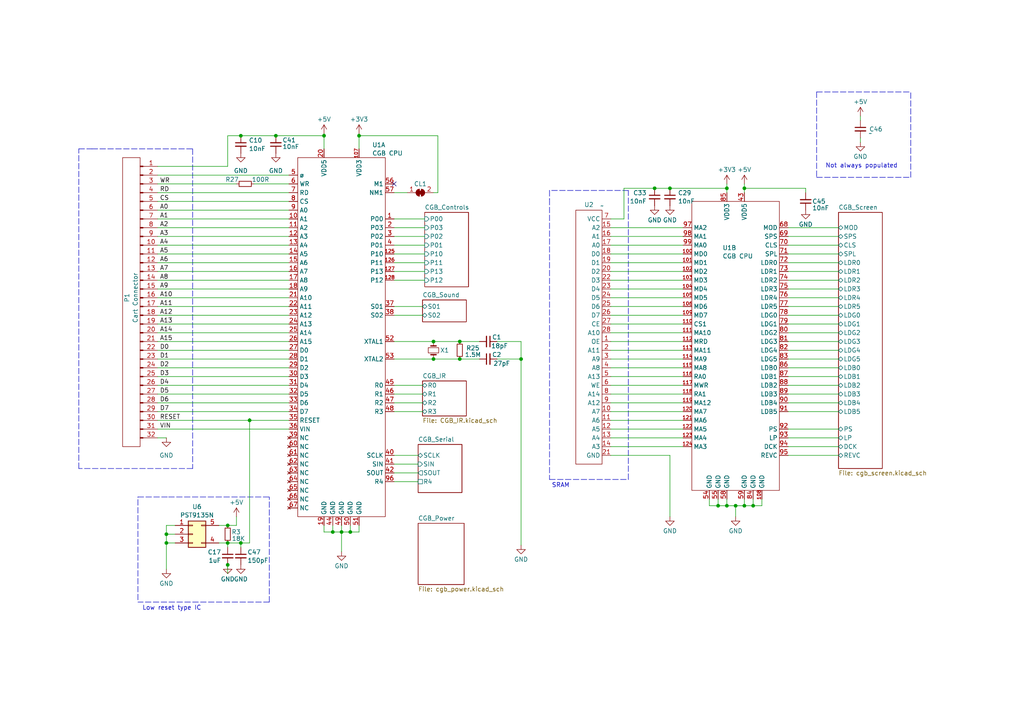
<source format=kicad_sch>
(kicad_sch (version 20250114) (generator "eeschema") (generator_version "9.0")
  (paper "A4")
  (title_block (title "CGB Reverse Engineer") (company "NatalieTheNerd.com"))
  (lib_symbols
    (symbol "CGB:CPU_CGB"
      (property "Reference" "U" (at 0 -12.7 0))
      (property "Value" "CGB CPU" (at 0 -15.24 0))
      (symbol "CPU_CGB_1_0"
        (pin unspecified line (at -15.24 -5.08 0) (length 2.54) (name "ø") (number "5"))
        (pin unspecified line (at -15.24 -7.62 0) (length 2.54) (name "WR") (number "6"))
        (pin unspecified line (at -15.24 -10.16 0) (length 2.54) (name "RD") (number "7"))
        (pin unspecified line (at -15.24 -12.7 0) (length 2.54) (name "CS") (number "8"))
        (pin unspecified line (at -15.24 -15.24 0) (length 2.54) (name "A0") (number "9"))
        (pin unspecified line (at -15.24 -17.78 0) (length 2.54) (name "A1") (number "10"))
        (pin unspecified line (at -15.24 -20.32 0) (length 2.54) (name "A2") (number "11"))
        (pin unspecified line (at -15.24 -22.86 0) (length 2.54) (name "A3") (number "12"))
        (pin unspecified line (at -15.24 -25.4 0) (length 2.54) (name "A4") (number "13"))
        (pin unspecified line (at -15.24 -27.94 0) (length 2.54) (name "A5") (number "14"))
        (pin unspecified line (at -15.24 -30.48 0) (length 2.54) (name "A6") (number "15"))
        (pin unspecified line (at -15.24 -33.02 0) (length 2.54) (name "A7") (number "16"))
        (pin unspecified line (at -15.24 -35.56 0) (length 2.54) (name "A8") (number "17"))
        (pin unspecified line (at -15.24 -38.1 0) (length 2.54) (name "A9") (number "18"))
        (pin unspecified line (at -15.24 -40.64 0) (length 2.54) (name "A10") (number "21"))
        (pin unspecified line (at -15.24 -43.18 0) (length 2.54) (name "A11") (number "22"))
        (pin unspecified line (at -15.24 -45.72 0) (length 2.54) (name "A12") (number "23"))
        (pin unspecified line (at -15.24 -48.26 0) (length 2.54) (name "A13") (number "24"))
        (pin unspecified line (at -15.24 -50.8 0) (length 2.54) (name "A14") (number "25"))
        (pin unspecified line (at -15.24 -53.34 0) (length 2.54) (name "A15") (number "26"))
        (pin unspecified line (at -15.24 -55.88 0) (length 2.54) (name "D0") (number "27"))
        (pin unspecified line (at -15.24 -58.42 0) (length 2.54) (name "D1") (number "28"))
        (pin unspecified line (at -15.24 -60.96 0) (length 2.54) (name "D2") (number "29"))
        (pin unspecified line (at -15.24 -63.5 0) (length 2.54) (name "D3") (number "30"))
        (pin unspecified line (at -15.24 -66.04 0) (length 2.54) (name "D4") (number "31"))
        (pin unspecified line (at -15.24 -68.58 0) (length 2.54) (name "D5") (number "32"))
        (pin unspecified line (at -15.24 -71.12 0) (length 2.54) (name "D6") (number "33"))
        (pin unspecified line (at -15.24 -73.66 0) (length 2.54) (name "D7") (number "34"))
        (pin unspecified line (at -15.24 -76.2 0) (length 2.54) (name "RESET") (number "35"))
        (pin unspecified line (at -15.24 -78.74 0) (length 2.54) (name "VIN") (number "36"))
        (pin unspecified line (at -15.24 -86.36 0) (length 2.54) (name "SCLK") (number "40"))
        (pin unspecified line (at -15.24 -88.9 0) (length 2.54) (name "SIN") (number "41"))
        (pin unspecified line (at -15.24 -91.44 0) (length 2.54) (name "SOUT") (number "42"))
        (pin unspecified line (at -15.24 -93.98 0) (length 2.54) (name "R4") (number "96"))
        (pin unspecified line (at -5.08 -106.68 90) (length 2.54) (name "GND") (number "19"))
        (pin unspecified line (at -2.54 2.54 270) (length 2.54) (name "VDD3") (number "107"))
        (pin unspecified line (at -2.54 -106.68 90) (length 2.54) (name "GND") (number "44"))
        (pin unspecified line (at 0 -106.68 90) (length 2.54) (name "GND") (number "49"))
        (pin unspecified line (at 2.54 2.54 270) (length 2.54) (name "VDD5") (number "20"))
        (pin unspecified line (at 2.54 -106.68 90) (length 2.54) (name "GND") (number "50"))
        (pin unspecified line (at 5.08 -106.68 90) (length 2.54) (name "GND") (number "51"))
        (pin unspecified line (at 15.24 -7.62 180) (length 2.54) (name "MI") (number "56"))
        (pin unspecified line (at 15.24 -10.16 180) (length 2.54) (name "NMI") (number "57"))
        (pin unspecified line (at 15.24 -17.78 180) (length 2.54) (name "P00") (number "1"))
        (pin unspecified line (at 15.24 -20.32 180) (length 2.54) (name "P03") (number "2"))
        (pin unspecified line (at 15.24 -22.86 180) (length 2.54) (name "P02") (number "3"))
        (pin unspecified line (at 15.24 -25.4 180) (length 2.54) (name "P01") (number "4"))
        (pin unspecified line (at 15.24 -27.94 180) (length 2.54) (name "P10") (number "125"))
        (pin unspecified line (at 15.24 -30.48 180) (length 2.54) (name "P11") (number "126"))
        (pin unspecified line (at 15.24 -33.02 180) (length 2.54) (name "P12") (number "127"))
        (pin unspecified line (at 15.24 -35.56 180) (length 2.54) (name "P13") (number "128"))
        (pin unspecified line (at 15.24 -43.18 180) (length 2.54) (name "S01") (number "37"))
        (pin unspecified line (at 15.24 -45.72 180) (length 2.54) (name "S02") (number "38"))
        (pin unspecified line (at 15.24 -53.34 180) (length 2.54) (name "XTAL1") (number "52"))
        (pin unspecified line (at 15.24 -55.88 180) (length 2.54) (name "XTAL2") (number "53"))
        (pin unspecified line (at 15.24 -63.5 180) (length 2.54) (name "R0") (number "45"))
        (pin unspecified line (at 15.24 -66.04 180) (length 2.54) (name "R1") (number "46"))
        (pin unspecified line (at 15.24 -68.58 180) (length 2.54) (name "R2") (number "47"))
        (pin unspecified line (at 15.24 -71.12 180) (length 2.54) (name "R3") (number "48"))
        (pin no_connect line (at 15.24 -78.74 180) (length 2.54) (name "NC") (number "39"))
        (pin no_connect line (at 15.24 -81.28 180) (length 2.54) (name "NC") (number "60"))
        (pin no_connect line (at 15.24 -83.82 180) (length 2.54) (name "NC") (number "61"))
        (pin no_connect line (at 15.24 -86.36 180) (length 2.54) (name "NC") (number "62"))
        (pin no_connect line (at 15.24 -88.9 180) (length 2.54) (name "NC") (number "63"))
        (pin no_connect line (at 15.24 -91.44 180) (length 2.54) (name "NC") (number "64"))
        (pin no_connect line (at 15.24 -93.98 180) (length 2.54) (name "NC") (number "65"))
        (pin no_connect line (at 15.24 -96.52 180) (length 2.54) (name "NC") (number "66"))
        (pin no_connect line (at 15.24 -99.06 180) (length 2.54) (name "NC") (number "67"))
      )
      (symbol "CPU_CGB_2_0"
        (pin unspecified line (at -15.24 -7.62 0) (length 2.54) (name "MA2") (number "97"))
        (pin unspecified line (at -15.24 -10.16 0) (length 2.54) (name "MA1") (number "98"))
        (pin unspecified line (at -15.24 -12.7 0) (length 2.54) (name "MA0") (number "99"))
        (pin unspecified line (at -15.24 -15.24 0) (length 2.54) (name "MD0") (number "100"))
        (pin unspecified line (at -15.24 -17.78 0) (length 2.54) (name "MD1") (number "101"))
        (pin unspecified line (at -15.24 -20.32 0) (length 2.54) (name "MD2") (number "102"))
        (pin unspecified line (at -15.24 -22.86 0) (length 2.54) (name "MD3") (number "103"))
        (pin unspecified line (at -15.24 -25.4 0) (length 2.54) (name "MD4") (number "104"))
        (pin unspecified line (at -15.24 -27.94 0) (length 2.54) (name "MD5") (number "105"))
        (pin unspecified line (at -15.24 -30.48 0) (length 2.54) (name "MD6") (number "106"))
        (pin unspecified line (at -15.24 -33.02 0) (length 2.54) (name "MD7") (number "109"))
        (pin unspecified line (at -15.24 -35.56 0) (length 2.54) (name "CS1") (number "110"))
        (pin unspecified line (at -15.24 -38.1 0) (length 2.54) (name "MA10") (number "111"))
        (pin unspecified line (at -15.24 -40.64 0) (length 2.54) (name "MRD") (number "112"))
        (pin unspecified line (at -15.24 -43.18 0) (length 2.54) (name "MA11") (number "113"))
        (pin unspecified line (at -15.24 -45.72 0) (length 2.54) (name "MA9") (number "114"))
        (pin unspecified line (at -15.24 -48.26 0) (length 2.54) (name "MA8") (number "115"))
        (pin unspecified line (at -15.24 -50.8 0) (length 2.54) (name "RA0") (number "116"))
        (pin unspecified line (at -15.24 -53.34 0) (length 2.54) (name "MWR") (number "117"))
        (pin unspecified line (at -15.24 -55.88 0) (length 2.54) (name "RA1") (number "118"))
        (pin unspecified line (at -15.24 -58.42 0) (length 2.54) (name "MA12") (number "119"))
        (pin unspecified line (at -15.24 -60.96 0) (length 2.54) (name "MA7") (number "120"))
        (pin unspecified line (at -15.24 -63.5 0) (length 2.54) (name "MA6") (number "121"))
        (pin unspecified line (at -15.24 -66.04 0) (length 2.54) (name "MA5") (number "122"))
        (pin unspecified line (at -15.24 -68.58 0) (length 2.54) (name "MA4") (number "123"))
        (pin unspecified line (at -15.24 -71.12 0) (length 2.54) (name "MA3") (number "124"))
        (pin unspecified line (at -7.62 -86.36 90) (length 2.54) (name "GND") (number "54"))
        (pin unspecified line (at -5.08 -86.36 90) (length 2.54) (name "GND") (number "55"))
        (pin unspecified line (at -2.54 2.54 270) (length 2.54) (name "VDD3") (number "85"))
        (pin unspecified line (at -2.54 -86.36 90) (length 2.54) (name "GND") (number "58"))
        (pin unspecified line (at 2.54 2.54 270) (length 2.54) (name "VDD5") (number "43"))
        (pin unspecified line (at 2.54 -86.36 90) (length 2.54) (name "GND") (number "59"))
        (pin unspecified line (at 5.08 -86.36 90) (length 2.54) (name "GND") (number "84"))
        (pin unspecified line (at 7.62 -86.36 90) (length 2.54) (name "GND") (number "108"))
        (pin unspecified line (at 15.24 -7.62 180) (length 2.54) (name "MOD") (number "68"))
        (pin unspecified line (at 15.24 -10.16 180) (length 2.54) (name "SPS") (number "69"))
        (pin unspecified line (at 15.24 -12.7 180) (length 2.54) (name "CLS") (number "70"))
        (pin unspecified line (at 15.24 -15.24 180) (length 2.54) (name "SPL") (number "71"))
        (pin unspecified line (at 15.24 -17.78 180) (length 2.54) (name "LDR0") (number "72"))
        (pin unspecified line (at 15.24 -20.32 180) (length 2.54) (name "LDR1") (number "73"))
        (pin unspecified line (at 15.24 -22.86 180) (length 2.54) (name "LDR2") (number "74"))
        (pin unspecified line (at 15.24 -25.4 180) (length 2.54) (name "LDR3") (number "75"))
        (pin unspecified line (at 15.24 -27.94 180) (length 2.54) (name "LDR4") (number "76"))
        (pin unspecified line (at 15.24 -30.48 180) (length 2.54) (name "LDR5") (number "77"))
        (pin unspecified line (at 15.24 -33.02 180) (length 2.54) (name "LDG0") (number "78"))
        (pin unspecified line (at 15.24 -35.56 180) (length 2.54) (name "LDG1") (number "79"))
        (pin unspecified line (at 15.24 -38.1 180) (length 2.54) (name "LDG2") (number "80"))
        (pin unspecified line (at 15.24 -40.64 180) (length 2.54) (name "LDG3") (number "81"))
        (pin unspecified line (at 15.24 -43.18 180) (length 2.54) (name "LDG4") (number "82"))
        (pin unspecified line (at 15.24 -45.72 180) (length 2.54) (name "LDG5") (number "83"))
        (pin unspecified line (at 15.24 -48.26 180) (length 2.54) (name "LDB0") (number "86"))
        (pin unspecified line (at 15.24 -50.8 180) (length 2.54) (name "LDB1") (number "87"))
        (pin unspecified line (at 15.24 -53.34 180) (length 2.54) (name "LDB2") (number "88"))
        (pin unspecified line (at 15.24 -55.88 180) (length 2.54) (name "LDB3") (number "89"))
        (pin unspecified line (at 15.24 -58.42 180) (length 2.54) (name "LDB4") (number "90"))
        (pin unspecified line (at 15.24 -60.96 180) (length 2.54) (name "LDB5") (number "91"))
        (pin unspecified line (at 15.24 -66.04 180) (length 2.54) (name "PS") (number "92"))
        (pin unspecified line (at 15.24 -68.58 180) (length 2.54) (name "LP") (number "93"))
        (pin unspecified line (at 15.24 -71.12 180) (length 2.54) (name "DCK") (number "94"))
        (pin unspecified line (at 15.24 -73.66 180) (length 2.54) (name "REVC") (number "95"))
      )
    )
    (symbol "CGB:SRAM_CGB"
      (property "Reference" "U" (at 0 1.27 0))
      (symbol "SRAM_CGB_0_0"
        (pin unspecified line (at 2.54 -3.81 180) (length 2.54) (name "VCC") (number "7"))
        (pin unspecified line (at 2.54 -6.35 180) (length 2.54) (name "A2") (number "15"))
        (pin unspecified line (at 2.54 -8.89 180) (length 2.54) (name "A1") (number "16"))
        (pin unspecified line (at 2.54 -11.43 180) (length 2.54) (name "A0") (number "17"))
        (pin unspecified line (at 2.54 -13.97 180) (length 2.54) (name "D0") (number "18"))
        (pin unspecified line (at 2.54 -16.51 180) (length 2.54) (name "D1") (number "19"))
        (pin unspecified line (at 2.54 -19.05 180) (length 2.54) (name "D2") (number "20"))
        (pin unspecified line (at 2.54 -21.59 180) (length 2.54) (name "D3") (number "22"))
        (pin unspecified line (at 2.54 -24.13 180) (length 2.54) (name "D4") (number "23"))
        (pin unspecified line (at 2.54 -26.67 180) (length 2.54) (name "D5") (number "24"))
        (pin unspecified line (at 2.54 -29.21 180) (length 2.54) (name "D6") (number "25"))
        (pin unspecified line (at 2.54 -31.75 180) (length 2.54) (name "D7") (number "26"))
        (pin unspecified line (at 2.54 -34.29 180) (length 2.54) (name "CE") (number "27"))
        (pin unspecified line (at 2.54 -36.83 180) (length 2.54) (name "A10") (number "28"))
        (pin unspecified line (at 2.54 -39.37 180) (length 2.54) (name "OE") (number "1"))
        (pin unspecified line (at 2.54 -41.91 180) (length 2.54) (name "A11") (number "2"))
        (pin unspecified line (at 2.54 -44.45 180) (length 2.54) (name "A9") (number "3"))
        (pin unspecified line (at 2.54 -46.99 180) (length 2.54) (name "A8") (number "4"))
        (pin unspecified line (at 2.54 -49.53 180) (length 2.54) (name "A13") (number "5"))
        (pin unspecified line (at 2.54 -52.07 180) (length 2.54) (name "WE") (number "6"))
        (pin unspecified line (at 2.54 -54.61 180) (length 2.54) (name "A14") (number "8"))
        (pin unspecified line (at 2.54 -57.15 180) (length 2.54) (name "A12") (number "9"))
        (pin unspecified line (at 2.54 -59.69 180) (length 2.54) (name "A7") (number "10"))
        (pin unspecified line (at 2.54 -62.23 180) (length 2.54) (name "A6") (number "11"))
        (pin unspecified line (at 2.54 -64.77 180) (length 2.54) (name "A5") (number "12"))
        (pin unspecified line (at 2.54 -67.31 180) (length 2.54) (name "A4") (number "13"))
        (pin unspecified line (at 2.54 -69.85 180) (length 2.54) (name "A3") (number "14"))
        (pin unspecified line (at 2.54 -72.39 180) (length 2.54) (name "GND") (number "21"))
      )
    )
    (symbol "CPU_CGB_1"
      (property "Reference" "U" (at 0 -12.7 0))
      (property "Value" "CGB CPU" (at 0 -15.24 0))
      (symbol "CPU_CGB_1_1_0"
        (pin unspecified line (at -15.24 -5.08 0) (length 2.54) (name "ø") (number "5"))
        (pin unspecified line (at -15.24 -7.62 0) (length 2.54) (name "WR") (number "6"))
        (pin unspecified line (at -15.24 -10.16 0) (length 2.54) (name "RD") (number "7"))
        (pin unspecified line (at -15.24 -12.7 0) (length 2.54) (name "CS") (number "8"))
        (pin unspecified line (at -15.24 -15.24 0) (length 2.54) (name "A0") (number "9"))
        (pin unspecified line (at -15.24 -17.78 0) (length 2.54) (name "A1") (number "10"))
        (pin unspecified line (at -15.24 -20.32 0) (length 2.54) (name "A2") (number "11"))
        (pin unspecified line (at -15.24 -22.86 0) (length 2.54) (name "A3") (number "12"))
        (pin unspecified line (at -15.24 -25.4 0) (length 2.54) (name "A4") (number "13"))
        (pin unspecified line (at -15.24 -27.94 0) (length 2.54) (name "A5") (number "14"))
        (pin unspecified line (at -15.24 -30.48 0) (length 2.54) (name "A6") (number "15"))
        (pin unspecified line (at -15.24 -33.02 0) (length 2.54) (name "A7") (number "16"))
        (pin unspecified line (at -15.24 -35.56 0) (length 2.54) (name "A8") (number "17"))
        (pin unspecified line (at -15.24 -38.1 0) (length 2.54) (name "A9") (number "18"))
        (pin unspecified line (at -15.24 -40.64 0) (length 2.54) (name "A10") (number "21"))
        (pin unspecified line (at -15.24 -43.18 0) (length 2.54) (name "A11") (number "22"))
        (pin unspecified line (at -15.24 -45.72 0) (length 2.54) (name "A12") (number "23"))
        (pin unspecified line (at -15.24 -48.26 0) (length 2.54) (name "A13") (number "24"))
        (pin unspecified line (at -15.24 -50.8 0) (length 2.54) (name "A14") (number "25"))
        (pin unspecified line (at -15.24 -53.34 0) (length 2.54) (name "A15") (number "26"))
        (pin unspecified line (at -15.24 -55.88 0) (length 2.54) (name "D0") (number "27"))
        (pin unspecified line (at -15.24 -58.42 0) (length 2.54) (name "D1") (number "28"))
        (pin unspecified line (at -15.24 -60.96 0) (length 2.54) (name "D2") (number "29"))
        (pin unspecified line (at -15.24 -63.5 0) (length 2.54) (name "D3") (number "30"))
        (pin unspecified line (at -15.24 -66.04 0) (length 2.54) (name "D4") (number "31"))
        (pin unspecified line (at -15.24 -68.58 0) (length 2.54) (name "D5") (number "32"))
        (pin unspecified line (at -15.24 -71.12 0) (length 2.54) (name "D6") (number "33"))
        (pin unspecified line (at -15.24 -73.66 0) (length 2.54) (name "D7") (number "34"))
        (pin unspecified line (at -15.24 -76.2 0) (length 2.54) (name "RESET") (number "35"))
        (pin unspecified line (at -15.24 -78.74 0) (length 2.54) (name "VIN") (number "36"))
        (pin no_connect line (at -15.24 -81.28 0) (length 2.54) (name "NC") (number "39"))
        (pin no_connect line (at -15.24 -83.82 0) (length 2.54) (name "NC") (number "60"))
        (pin no_connect line (at -15.24 -86.36 0) (length 2.54) (name "NC") (number "61"))
        (pin no_connect line (at -15.24 -88.9 0) (length 2.54) (name "NC") (number "62"))
        (pin no_connect line (at -15.24 -91.44 0) (length 2.54) (name "NC") (number "63"))
        (pin no_connect line (at -15.24 -93.98 0) (length 2.54) (name "NC") (number "64"))
        (pin no_connect line (at -15.24 -96.52 0) (length 2.54) (name "NC") (number "65"))
        (pin no_connect line (at -15.24 -99.06 0) (length 2.54) (name "NC") (number "66"))
        (pin no_connect line (at -15.24 -101.6 0) (length 2.54) (name "NC") (number "67"))
        (pin unspecified line (at -5.08 2.54 270) (length 2.54) (name "VDD5") (number "20"))
        (pin unspecified line (at -5.08 -106.68 90) (length 2.54) (name "GND") (number "19"))
        (pin unspecified line (at -2.54 -106.68 90) (length 2.54) (name "GND") (number "44"))
        (pin unspecified line (at 0 -106.68 90) (length 2.54) (name "GND") (number "49"))
        (pin unspecified line (at 2.54 -106.68 90) (length 2.54) (name "GND") (number "50"))
        (pin unspecified line (at 5.08 2.54 270) (length 2.54) (name "VDD3") (number "107"))
        (pin unspecified line (at 5.08 -106.68 90) (length 2.54) (name "GND") (number "51"))
        (pin unspecified line (at 15.24 -7.62 180) (length 2.54) (name "M1") (number "56"))
        (pin unspecified line (at 15.24 -10.16 180) (length 2.54) (name "NM1") (number "57"))
        (pin unspecified line (at 15.24 -17.78 180) (length 2.54) (name "P00") (number "1"))
        (pin unspecified line (at 15.24 -20.32 180) (length 2.54) (name "P03") (number "2"))
        (pin unspecified line (at 15.24 -22.86 180) (length 2.54) (name "P02") (number "3"))
        (pin unspecified line (at 15.24 -25.4 180) (length 2.54) (name "P01") (number "4"))
        (pin unspecified line (at 15.24 -27.94 180) (length 2.54) (name "P10") (number "125"))
        (pin unspecified line (at 15.24 -30.48 180) (length 2.54) (name "P11") (number "126"))
        (pin unspecified line (at 15.24 -33.02 180) (length 2.54) (name "P13") (number "127"))
        (pin unspecified line (at 15.24 -35.56 180) (length 2.54) (name "P12") (number "128"))
        (pin unspecified line (at 15.24 -43.18 180) (length 2.54) (name "S01") (number "37"))
        (pin unspecified line (at 15.24 -45.72 180) (length 2.54) (name "S02") (number "38"))
        (pin unspecified line (at 15.24 -53.34 180) (length 2.54) (name "XTAL1") (number "52"))
        (pin unspecified line (at 15.24 -58.42 180) (length 2.54) (name "XTAL2") (number "53"))
        (pin unspecified line (at 15.24 -66.04 180) (length 2.54) (name "R0") (number "45"))
        (pin unspecified line (at 15.24 -68.58 180) (length 2.54) (name "R1") (number "46"))
        (pin unspecified line (at 15.24 -71.12 180) (length 2.54) (name "R2") (number "47"))
        (pin unspecified line (at 15.24 -73.66 180) (length 2.54) (name "R3") (number "48"))
        (pin unspecified line (at 15.24 -86.36 180) (length 2.54) (name "SCLK") (number "40"))
        (pin unspecified line (at 15.24 -88.9 180) (length 2.54) (name "SIN") (number "41"))
        (pin unspecified line (at 15.24 -91.44 180) (length 2.54) (name "SOUT") (number "42"))
        (pin unspecified line (at 15.24 -93.98 180) (length 2.54) (name "R4") (number "96"))
      )
      (symbol "CPU_CGB_1_2_0"
        (pin unspecified line (at -15.24 -7.62 0) (length 2.54) (name "MA2") (number "97"))
        (pin unspecified line (at -15.24 -10.16 0) (length 2.54) (name "MA1") (number "98"))
        (pin unspecified line (at -15.24 -12.7 0) (length 2.54) (name "MA0") (number "99"))
        (pin unspecified line (at -15.24 -15.24 0) (length 2.54) (name "MD0") (number "100"))
        (pin unspecified line (at -15.24 -17.78 0) (length 2.54) (name "MD1") (number "101"))
        (pin unspecified line (at -15.24 -20.32 0) (length 2.54) (name "MD2") (number "102"))
        (pin unspecified line (at -15.24 -22.86 0) (length 2.54) (name "MD3") (number "103"))
        (pin unspecified line (at -15.24 -25.4 0) (length 2.54) (name "MD4") (number "104"))
        (pin unspecified line (at -15.24 -27.94 0) (length 2.54) (name "MD5") (number "105"))
        (pin unspecified line (at -15.24 -30.48 0) (length 2.54) (name "MD6") (number "106"))
        (pin unspecified line (at -15.24 -33.02 0) (length 2.54) (name "MD7") (number "109"))
        (pin unspecified line (at -15.24 -35.56 0) (length 2.54) (name "CS1") (number "110"))
        (pin unspecified line (at -15.24 -38.1 0) (length 2.54) (name "MA10") (number "111"))
        (pin unspecified line (at -15.24 -40.64 0) (length 2.54) (name "MRD") (number "112"))
        (pin unspecified line (at -15.24 -43.18 0) (length 2.54) (name "MA11") (number "113"))
        (pin unspecified line (at -15.24 -45.72 0) (length 2.54) (name "MA9") (number "114"))
        (pin unspecified line (at -15.24 -48.26 0) (length 2.54) (name "MA8") (number "115"))
        (pin unspecified line (at -15.24 -50.8 0) (length 2.54) (name "RA0") (number "116"))
        (pin unspecified line (at -15.24 -53.34 0) (length 2.54) (name "MWR") (number "117"))
        (pin unspecified line (at -15.24 -55.88 0) (length 2.54) (name "RA1") (number "118"))
        (pin unspecified line (at -15.24 -58.42 0) (length 2.54) (name "MA12") (number "119"))
        (pin unspecified line (at -15.24 -60.96 0) (length 2.54) (name "MA7") (number "120"))
        (pin unspecified line (at -15.24 -63.5 0) (length 2.54) (name "MA6") (number "121"))
        (pin unspecified line (at -15.24 -66.04 0) (length 2.54) (name "MA5") (number "122"))
        (pin unspecified line (at -15.24 -68.58 0) (length 2.54) (name "MA4") (number "123"))
        (pin unspecified line (at -15.24 -71.12 0) (length 2.54) (name "MA3") (number "124"))
        (pin unspecified line (at -7.62 -86.36 90) (length 2.54) (name "GND") (number "54"))
        (pin unspecified line (at -5.08 -86.36 90) (length 2.54) (name "GND") (number "55"))
        (pin unspecified line (at -2.54 2.54 270) (length 2.54) (name "VDD3") (number "85"))
        (pin unspecified line (at -2.54 -86.36 90) (length 2.54) (name "GND") (number "58"))
        (pin unspecified line (at 2.54 2.54 270) (length 2.54) (name "VDD5") (number "43"))
        (pin unspecified line (at 2.54 -86.36 90) (length 2.54) (name "GND") (number "59"))
        (pin unspecified line (at 5.08 -86.36 90) (length 2.54) (name "GND") (number "84"))
        (pin unspecified line (at 7.62 -86.36 90) (length 2.54) (name "GND") (number "108"))
        (pin unspecified line (at 15.24 -7.62 180) (length 2.54) (name "MOD") (number "68"))
        (pin unspecified line (at 15.24 -10.16 180) (length 2.54) (name "SPS") (number "69"))
        (pin unspecified line (at 15.24 -12.7 180) (length 2.54) (name "CLS") (number "70"))
        (pin unspecified line (at 15.24 -15.24 180) (length 2.54) (name "SPL") (number "71"))
        (pin unspecified line (at 15.24 -17.78 180) (length 2.54) (name "LDR0") (number "72"))
        (pin unspecified line (at 15.24 -20.32 180) (length 2.54) (name "LDR1") (number "73"))
        (pin unspecified line (at 15.24 -22.86 180) (length 2.54) (name "LDR2") (number "74"))
        (pin unspecified line (at 15.24 -25.4 180) (length 2.54) (name "LDR3") (number "75"))
        (pin unspecified line (at 15.24 -27.94 180) (length 2.54) (name "LDR4") (number "76"))
        (pin unspecified line (at 15.24 -30.48 180) (length 2.54) (name "LDR5") (number "77"))
        (pin unspecified line (at 15.24 -33.02 180) (length 2.54) (name "LDG0") (number "78"))
        (pin unspecified line (at 15.24 -35.56 180) (length 2.54) (name "LDG1") (number "79"))
        (pin unspecified line (at 15.24 -38.1 180) (length 2.54) (name "LDG2") (number "80"))
        (pin unspecified line (at 15.24 -40.64 180) (length 2.54) (name "LDG3") (number "81"))
        (pin unspecified line (at 15.24 -43.18 180) (length 2.54) (name "LDG4") (number "82"))
        (pin unspecified line (at 15.24 -45.72 180) (length 2.54) (name "LDG5") (number "83"))
        (pin unspecified line (at 15.24 -48.26 180) (length 2.54) (name "LDB0") (number "86"))
        (pin unspecified line (at 15.24 -50.8 180) (length 2.54) (name "LDB1") (number "87"))
        (pin unspecified line (at 15.24 -53.34 180) (length 2.54) (name "LDB2") (number "88"))
        (pin unspecified line (at 15.24 -55.88 180) (length 2.54) (name "LDB3") (number "89"))
        (pin unspecified line (at 15.24 -58.42 180) (length 2.54) (name "LDB4") (number "90"))
        (pin unspecified line (at 15.24 -60.96 180) (length 2.54) (name "LDB5") (number "91"))
        (pin unspecified line (at 15.24 -66.04 180) (length 2.54) (name "PS") (number "92"))
        (pin unspecified line (at 15.24 -68.58 180) (length 2.54) (name "LP") (number "93"))
        (pin unspecified line (at 15.24 -71.12 180) (length 2.54) (name "DCK") (number "94"))
        (pin unspecified line (at 15.24 -73.66 180) (length 2.54) (name "REVC") (number "95"))
      )
    )
    (symbol "Connector:Conn_01x32_Pin" (pin_names (offset 1.016) (hide yes))
      (property "Reference" "P1" (at -3.81 0 90))
      (property "Value" "Cart Connector" (at -1.3858 0 90))
      (symbol "Conn_01x32_Pin_1_1"
        (pin passive line (at 5.08 38.1 180) (length 3.81) (name "Pin_1") (number "1"))
        (pin passive line (at 5.08 35.56 180) (length 3.81) (name "Pin_2") (number "2"))
        (pin passive line (at 5.08 33.02 180) (length 3.81) (name "Pin_3") (number "3"))
        (pin passive line (at 5.08 30.48 180) (length 3.81) (name "Pin_4") (number "4"))
        (pin passive line (at 5.08 27.94 180) (length 3.81) (name "Pin_5") (number "5"))
        (pin passive line (at 5.08 25.4 180) (length 3.81) (name "Pin_6") (number "6"))
        (pin passive line (at 5.08 22.86 180) (length 3.81) (name "Pin_7") (number "7"))
        (pin passive line (at 5.08 20.32 180) (length 3.81) (name "Pin_8") (number "8"))
        (pin passive line (at 5.08 17.78 180) (length 3.81) (name "Pin_9") (number "9"))
        (pin passive line (at 5.08 15.24 180) (length 3.81) (name "Pin_10") (number "10"))
        (pin passive line (at 5.08 12.7 180) (length 3.81) (name "Pin_11") (number "11"))
        (pin passive line (at 5.08 10.16 180) (length 3.81) (name "Pin_12") (number "12"))
        (pin passive line (at 5.08 7.62 180) (length 3.81) (name "Pin_13") (number "13"))
        (pin passive line (at 5.08 5.08 180) (length 3.81) (name "Pin_14") (number "14"))
        (pin passive line (at 5.08 2.54 180) (length 3.81) (name "Pin_15") (number "15"))
        (pin passive line (at 5.08 0 180) (length 3.81) (name "Pin_16") (number "16"))
        (pin passive line (at 5.08 -2.54 180) (length 3.81) (name "Pin_17") (number "17"))
        (pin passive line (at 5.08 -5.08 180) (length 3.81) (name "Pin_18") (number "18"))
        (pin passive line (at 5.08 -7.62 180) (length 3.81) (name "Pin_19") (number "19"))
        (pin passive line (at 5.08 -10.16 180) (length 3.81) (name "Pin_20") (number "20"))
        (pin passive line (at 5.08 -12.7 180) (length 3.81) (name "Pin_21") (number "21"))
        (pin passive line (at 5.08 -15.24 180) (length 3.81) (name "Pin_22") (number "22"))
        (pin passive line (at 5.08 -17.78 180) (length 3.81) (name "Pin_23") (number "23"))
        (pin passive line (at 5.08 -20.32 180) (length 3.81) (name "Pin_24") (number "24"))
        (pin passive line (at 5.08 -22.86 180) (length 3.81) (name "Pin_25") (number "25"))
        (pin passive line (at 5.08 -25.4 180) (length 3.81) (name "Pin_26") (number "26"))
        (pin passive line (at 5.08 -27.94 180) (length 3.81) (name "Pin_27") (number "27"))
        (pin passive line (at 5.08 -30.48 180) (length 3.81) (name "Pin_28") (number "28"))
        (pin passive line (at 5.08 -33.02 180) (length 3.81) (name "Pin_29") (number "29"))
        (pin passive line (at 5.08 -35.56 180) (length 3.81) (name "Pin_30") (number "30"))
        (pin passive line (at 5.08 -38.1 180) (length 3.81) (name "Pin_31") (number "31"))
        (pin passive line (at 5.08 -40.64 180) (length 3.81) (name "Pin_32") (number "32"))
      )
    )
    (symbol "Connector_Generic:Conn_2Rows-05Pins" (pin_names (offset 1.016) (hide yes))
      (property "Reference" "U6" (at 1.27 7.9543 0))
      (property "Value" "PST9135N" (at 1.27 5.5301 0))
      (symbol "Conn_2Rows-05Pins_1_1"
        (pin passive line (at -5.08 2.54 0) (length 3.81) (name "Pin_1") (number "1"))
        (pin passive line (at -5.08 0 0) (length 3.81) (name "Pin_2") (number "2"))
        (pin passive line (at -5.08 -2.54 0) (length 3.81) (name "Pin_3") (number "3"))
        (pin passive line (at 7.62 2.54 180) (length 3.81) (name "Pin_5") (number "5"))
        (pin passive line (at 7.62 -2.54 180) (length 3.81) (name "Pin_4") (number "4"))
      )
    )
    (symbol "Device:C_Small" (pin_numbers (hide yes)) (pin_names (offset 0.254) (hide yes))
      (property "Reference" "C" (at 0.254 1.778 0))
      (property "Value" "C_Small" (at 0.254 -2.032 0))
      (symbol "C_Small_1_1"
        (pin passive line (at 0 2.54 270) (length 2.032) (name "~") (number "1"))
        (pin passive line (at 0 -2.54 90) (length 2.032) (name "~") (number "2"))
      )
    )
    (symbol "Device:Crystal_Small" (pin_numbers (hide yes)) (pin_names (offset 1.016) (hide yes))
      (property "Reference" "Y" (at 0 2.54 0))
      (property "Value" "Crystal_Small" (at 0 -2.54 0))
      (symbol "Crystal_Small_1_1"
        (pin passive line (at -2.54 0 0) (length 1.27) (name "1") (number "1"))
        (pin passive line (at 2.54 0 180) (length 1.27) (name "2") (number "2"))
      )
    )
    (symbol "Device:R_Small" (pin_numbers (hide yes)) (pin_names (offset 0.254) (hide yes))
      (property "Reference" "R" (at 0.762 0.508 0))
      (property "Value" "R_Small" (at 0.762 -1.016 0))
      (symbol "R_Small_1_1"
        (pin passive line (at 0 2.54 270) (length 0.762) (name "~") (number "1"))
        (pin passive line (at 0 -2.54 90) (length 0.762) (name "~") (number "2"))
      )
    )
    (symbol "GND_1" (power) (pin_numbers (hide yes)) (pin_names (offset 0) (hide yes))
      (property "Value" "GND" (at 0 -3.81 0))
      (symbol "GND_1_1_1"
        (pin power_in line (at 0 0 270) (length 0) (name "~") (number "1"))
      )
    )
    (symbol "GND_2" (power) (pin_numbers (hide yes)) (pin_names (offset 0) (hide yes))
      (property "Value" "GND" (at 0 -3.81 0))
      (symbol "GND_2_1_1"
        (pin power_in line (at 0 0 270) (length 0) (name "~") (number "1"))
      )
    )
    (symbol "Jumper:SolderJumper_2_Bridged" (pin_names (offset 0) (hide yes))
      (property "Reference" "JP" (at 0 2.032 0))
      (property "Value" "SolderJumper_2_Bridged" (at 0 -2.54 0))
      (symbol "SolderJumper_2_Bridged_1_1"
        (pin passive line (at -3.81 0 0) (length 2.54) (name "A") (number "1"))
        (pin passive line (at 3.81 0 180) (length 2.54) (name "B") (number "2"))
      )
    )
    (symbol "power:+3V3" (power) (pin_names (offset 0))
      (property "Value" "+3V3" (at 0 3.556 0))
      (symbol "+3V3_1_1"
        (pin power_in line (at 0 0 90) (length 0) (hide yes) (name "+3V3") (number "1"))
      )
    )
    (symbol "power:+5V" (power) (pin_names (offset 0))
      (property "Value" "+5V" (at 0 3.556 0))
      (symbol "+5V_1_1"
        (pin power_in line (at 0 0 90) (length 0) (hide yes) (name "+5V") (number "1"))
      )
    )
    (symbol "power:GND" (power) (pin_names (offset 0))
      (property "Value" "GND" (at 0 -3.81 0))
      (symbol "GND_1_1"
        (pin power_in line (at 0 0 270) (length 0) (hide yes) (name "GND") (number "1"))
      )
    )
  )
  (text "Not always populated" (at 239.395 48.895 0) (effects (font (size 1.27 1.27)) (justify left bottom)))
  (text "Low reset type IC" (at 41.275 177.165 0) (effects (font (size 1.27 1.27)) (justify left bottom)))
  (text "SRAM" (at 160.02 141.605 0) (effects (font (size 1.27 1.27)) (justify left bottom)))
  (junction (at 48.26 154.94))
  (junction (at 66.04 163.83))
  (junction (at 210.82 54.61))
  (junction (at 215.9 146.685))
  (junction (at 133.35 104.14))
  (junction (at 99.06 154.305))
  (junction (at 104.14 39.37))
  (junction (at 101.6 154.305))
  (junction (at 72.39 121.92))
  (junction (at 189.865 54.61))
  (junction (at 215.9 54.61))
  (junction (at 210.82 146.685))
  (junction (at 96.52 154.305))
  (junction (at 69.85 39.37))
  (junction (at 208.28 146.685))
  (junction (at 80.01 39.37))
  (junction (at 194.31 54.61))
  (junction (at 218.44 146.685))
  (junction (at 48.26 157.48))
  (junction (at 133.35 99.06))
  (junction (at 125.73 99.06))
  (junction (at 151.13 104.14))
  (junction (at 69.85 157.48))
  (junction (at 213.36 146.685))
  (junction (at 66.04 157.48))
  (junction (at 66.04 152.4))
  (junction (at 125.73 104.14))
  (junction (at 93.98 39.37))
  (no_connect (at 114.3 53.34))
  (wire (pts (xy 189.865 54.61) (xy 194.31 54.61)))
  (wire (pts (xy 45.72 50.8) (xy 83.82 50.8)))
  (polyline (pts (xy 40.005 144.145) (xy 48.895 144.145)) (stroke (width 0) (type dash)))
  (wire (pts (xy 243.205 109.22) (xy 228.6 109.22)))
  (wire (pts (xy 177.165 116.84) (xy 198.12 116.84)))
  (wire (pts (xy 249.555 41.275) (xy 249.555 40.005)))
  (wire (pts (xy 177.165 73.66) (xy 198.12 73.66)))
  (wire (pts (xy 93.98 154.305) (xy 93.98 152.4)))
  (wire (pts (xy 45.72 109.22) (xy 83.82 109.22)))
  (wire (pts (xy 114.3 132.08) (xy 121.285 132.08)))
  (wire (pts (xy 144.145 99.06) (xy 151.13 99.06)))
  (wire (pts (xy 210.82 54.61) (xy 210.82 55.88)))
  (wire (pts (xy 144.145 104.14) (xy 151.13 104.14)))
  (wire (pts (xy 114.3 99.06) (xy 125.73 99.06)))
  (wire (pts (xy 177.165 71.12) (xy 198.12 71.12)))
  (wire (pts (xy 72.39 121.92) (xy 72.39 157.48)))
  (wire (pts (xy 243.205 119.38) (xy 228.6 119.38)))
  (wire (pts (xy 45.72 124.46) (xy 83.82 124.46)))
  (wire (pts (xy 177.165 121.92) (xy 198.12 121.92)))
  (wire (pts (xy 215.9 53.34) (xy 215.9 54.61)))
  (wire (pts (xy 215.9 54.61) (xy 215.9 55.88)))
  (wire (pts (xy 45.72 81.28) (xy 83.82 81.28)))
  (wire (pts (xy 45.72 121.92) (xy 72.39 121.92)))
  (wire (pts (xy 243.205 129.54) (xy 228.6 129.54)))
  (wire (pts (xy 45.72 63.5) (xy 83.82 63.5)))
  (wire (pts (xy 243.205 93.98) (xy 228.6 93.98)))
  (wire (pts (xy 215.9 54.61) (xy 233.68 54.61)))
  (wire (pts (xy 210.82 146.685) (xy 210.82 144.78)))
  (wire (pts (xy 177.165 93.98) (xy 198.12 93.98)))
  (wire (pts (xy 123.19 76.2) (xy 114.3 76.2)))
  (wire (pts (xy 194.31 149.86) (xy 194.31 132.08)))
  (wire (pts (xy 177.165 106.68) (xy 198.12 106.68)))
  (wire (pts (xy 177.165 104.14) (xy 198.12 104.14)))
  (wire (pts (xy 66.04 48.26) (xy 45.72 48.26)))
  (wire (pts (xy 123.19 68.58) (xy 114.3 68.58)))
  (polyline (pts (xy 22.86 43.18) (xy 26.67 43.18)) (stroke (width 0) (type dash)))
  (wire (pts (xy 127 55.88) (xy 125.73 55.88)))
  (polyline (pts (xy 55.88 135.89) (xy 22.86 135.89)) (stroke (width 0) (type dash)))
  (wire (pts (xy 243.205 116.84) (xy 228.6 116.84)))
  (wire (pts (xy 220.98 146.685) (xy 220.98 144.78)))
  (polyline (pts (xy 55.88 43.18) (xy 55.88 135.89)) (stroke (width 0) (type dash)))
  (wire (pts (xy 66.04 39.37) (xy 66.04 48.26)))
  (wire (pts (xy 243.205 91.44) (xy 228.6 91.44)))
  (wire (pts (xy 243.205 78.74) (xy 228.6 78.74)))
  (wire (pts (xy 63.5 152.4) (xy 66.04 152.4)))
  (wire (pts (xy 177.165 68.58) (xy 198.12 68.58)))
  (wire (pts (xy 215.9 146.685) (xy 218.44 146.685)))
  (wire (pts (xy 125.73 104.14) (xy 133.35 104.14)))
  (wire (pts (xy 177.165 99.06) (xy 198.12 99.06)))
  (wire (pts (xy 45.72 91.44) (xy 83.82 91.44)))
  (wire (pts (xy 218.44 144.78) (xy 218.44 146.685)))
  (wire (pts (xy 243.205 124.46) (xy 228.6 124.46)))
  (wire (pts (xy 243.205 101.6) (xy 228.6 101.6)))
  (wire (pts (xy 45.72 66.04) (xy 83.82 66.04)))
  (wire (pts (xy 66.04 157.48) (xy 69.85 157.48)))
  (polyline (pts (xy 40.005 173.99) (xy 40.005 144.145)) (stroke (width 0) (type dash)))
  (wire (pts (xy 66.04 163.83) (xy 66.04 166.37)))
  (polyline (pts (xy 26.67 43.18) (xy 55.88 43.18)) (stroke (width 0) (type dash)))
  (wire (pts (xy 151.13 99.06) (xy 151.13 104.14)))
  (wire (pts (xy 243.205 132.08) (xy 228.6 132.08)))
  (polyline (pts (xy 182.245 55.245) (xy 159.385 55.245)) (stroke (width 0) (type dash)))
  (wire (pts (xy 50.8 152.4) (xy 48.26 152.4)))
  (wire (pts (xy 177.165 111.76) (xy 198.12 111.76)))
  (wire (pts (xy 177.165 91.44) (xy 198.12 91.44)))
  (wire (pts (xy 233.68 54.61) (xy 233.68 55.88)))
  (wire (pts (xy 63.5 157.48) (xy 66.04 157.48)))
  (wire (pts (xy 177.165 78.74) (xy 198.12 78.74)))
  (wire (pts (xy 72.39 121.92) (xy 83.82 121.92)))
  (wire (pts (xy 177.165 63.5) (xy 180.975 63.5)))
  (wire (pts (xy 114.3 81.28) (xy 123.19 81.28)))
  (wire (pts (xy 123.19 73.66) (xy 114.3 73.66)))
  (wire (pts (xy 114.3 91.44) (xy 122.555 91.44)))
  (wire (pts (xy 243.205 73.66) (xy 228.6 73.66)))
  (wire (pts (xy 114.3 104.14) (xy 125.73 104.14)))
  (wire (pts (xy 208.28 146.685) (xy 208.28 144.78)))
  (wire (pts (xy 48.26 154.94) (xy 48.26 157.48)))
  (wire (pts (xy 45.72 78.74) (xy 83.82 78.74)))
  (wire (pts (xy 218.44 146.685) (xy 220.98 146.685)))
  (wire (pts (xy 66.04 157.48) (xy 66.04 158.75)))
  (wire (pts (xy 45.72 116.84) (xy 83.82 116.84)))
  (polyline (pts (xy 264.16 51.435) (xy 264.16 26.67)) (stroke (width 0) (type dash)))
  (wire (pts (xy 45.72 55.88) (xy 83.82 55.88)))
  (wire (pts (xy 243.205 71.12) (xy 228.6 71.12)))
  (wire (pts (xy 45.72 60.96) (xy 83.82 60.96)))
  (wire (pts (xy 68.58 149.86) (xy 68.58 152.4)))
  (wire (pts (xy 48.26 157.48) (xy 48.26 165.1)))
  (wire (pts (xy 125.73 99.06) (xy 133.35 99.06)))
  (wire (pts (xy 45.72 101.6) (xy 83.82 101.6)))
  (wire (pts (xy 243.205 86.36) (xy 228.6 86.36)))
  (wire (pts (xy 243.205 104.14) (xy 228.6 104.14)))
  (wire (pts (xy 45.72 119.38) (xy 83.82 119.38)))
  (wire (pts (xy 72.39 121.285) (xy 72.39 121.92)))
  (polyline (pts (xy 159.385 55.245) (xy 159.385 57.785)) (stroke (width 0) (type dash)))
  (polyline (pts (xy 236.855 51.435) (xy 264.16 51.435)) (stroke (width 0) (type dash)))
  (wire (pts (xy 45.72 68.58) (xy 83.82 68.58)))
  (wire (pts (xy 101.6 154.305) (xy 104.14 154.305)))
  (polyline (pts (xy 78.105 174.625) (xy 40.005 174.625)) (stroke (width 0) (type dash)))
  (wire (pts (xy 215.9 146.685) (xy 215.9 144.78)))
  (wire (pts (xy 210.82 53.34) (xy 210.82 54.61)))
  (polyline (pts (xy 159.385 139.065) (xy 182.245 139.065)) (stroke (width 0) (type dash)))
  (wire (pts (xy 114.3 139.7) (xy 121.285 139.7)))
  (wire (pts (xy 104.14 154.305) (xy 104.14 152.4)))
  (wire (pts (xy 45.72 127) (xy 48.26 127)))
  (wire (pts (xy 177.165 88.9) (xy 198.12 88.9)))
  (polyline (pts (xy 236.855 26.67) (xy 236.855 51.435)) (stroke (width 0) (type dash)))
  (wire (pts (xy 45.72 83.82) (xy 83.82 83.82)))
  (wire (pts (xy 50.8 157.48) (xy 48.26 157.48)))
  (wire (pts (xy 177.165 129.54) (xy 198.12 129.54)))
  (wire (pts (xy 50.8 154.94) (xy 48.26 154.94)))
  (wire (pts (xy 114.3 134.62) (xy 121.285 134.62)))
  (wire (pts (xy 104.14 38.735) (xy 104.14 39.37)))
  (wire (pts (xy 177.165 101.6) (xy 198.12 101.6)))
  (wire (pts (xy 45.72 96.52) (xy 83.82 96.52)))
  (wire (pts (xy 66.04 39.37) (xy 69.85 39.37)))
  (wire (pts (xy 45.72 106.68) (xy 83.82 106.68)))
  (wire (pts (xy 177.165 66.04) (xy 198.12 66.04)))
  (wire (pts (xy 99.06 154.305) (xy 101.6 154.305)))
  (wire (pts (xy 104.14 39.37) (xy 104.14 43.18)))
  (wire (pts (xy 104.14 39.37) (xy 127 39.37)))
  (wire (pts (xy 177.165 86.36) (xy 198.12 86.36)))
  (wire (pts (xy 69.85 157.48) (xy 72.39 157.48)))
  (wire (pts (xy 194.31 132.08) (xy 177.165 132.08)))
  (wire (pts (xy 205.74 146.685) (xy 208.28 146.685)))
  (wire (pts (xy 114.3 119.38) (xy 122.555 119.38)))
  (polyline (pts (xy 182.245 139.065) (xy 182.245 55.245)) (stroke (width 0) (type dash)))
  (polyline (pts (xy 78.105 174.625) (xy 78.105 144.145)) (stroke (width 0) (type dash)))
  (wire (pts (xy 243.205 114.3) (xy 228.6 114.3)))
  (wire (pts (xy 123.19 66.04) (xy 114.3 66.04)))
  (wire (pts (xy 177.165 119.38) (xy 198.12 119.38)))
  (wire (pts (xy 243.205 81.28) (xy 228.6 81.28)))
  (wire (pts (xy 123.19 71.12) (xy 114.3 71.12)))
  (wire (pts (xy 45.72 76.2) (xy 83.82 76.2)))
  (wire (pts (xy 123.19 63.5) (xy 114.3 63.5)))
  (wire (pts (xy 180.975 63.5) (xy 180.975 54.61)))
  (wire (pts (xy 180.975 54.61) (xy 189.865 54.61)))
  (wire (pts (xy 66.04 152.4) (xy 68.58 152.4)))
  (wire (pts (xy 114.3 137.16) (xy 121.285 137.16)))
  (wire (pts (xy 127 39.37) (xy 127 55.88)))
  (wire (pts (xy 177.165 96.52) (xy 198.12 96.52)))
  (wire (pts (xy 114.3 114.3) (xy 122.555 114.3)))
  (wire (pts (xy 93.98 38.735) (xy 93.98 39.37)))
  (wire (pts (xy 243.205 88.9) (xy 228.6 88.9)))
  (wire (pts (xy 99.06 160.02) (xy 99.06 154.305)))
  (wire (pts (xy 45.72 53.34) (xy 68.58 53.34)))
  (wire (pts (xy 114.3 116.84) (xy 122.555 116.84)))
  (wire (pts (xy 177.165 127) (xy 198.12 127)))
  (wire (pts (xy 213.36 146.685) (xy 210.82 146.685)))
  (wire (pts (xy 45.72 114.3) (xy 83.82 114.3)))
  (wire (pts (xy 114.3 55.88) (xy 118.11 55.88)))
  (wire (pts (xy 243.205 68.58) (xy 228.6 68.58)))
  (wire (pts (xy 208.28 146.685) (xy 210.82 146.685)))
  (wire (pts (xy 45.72 111.76) (xy 83.82 111.76)))
  (wire (pts (xy 243.205 99.06) (xy 228.6 99.06)))
  (polyline (pts (xy 22.86 135.89) (xy 22.86 43.18)) (stroke (width 0) (type dash)))
  (wire (pts (xy 114.3 88.9) (xy 122.555 88.9)))
  (wire (pts (xy 243.205 111.76) (xy 228.6 111.76)))
  (wire (pts (xy 45.72 86.36) (xy 83.82 86.36)))
  (polyline (pts (xy 48.895 144.145) (xy 78.105 144.145)) (stroke (width 0) (type dash)))
  (wire (pts (xy 243.205 76.2) (xy 228.6 76.2)))
  (polyline (pts (xy 159.385 57.785) (xy 159.385 139.065)) (stroke (width 0) (type dash)))
  (wire (pts (xy 45.72 93.98) (xy 83.82 93.98)))
  (wire (pts (xy 93.98 154.305) (xy 96.52 154.305)))
  (wire (pts (xy 177.165 81.28) (xy 198.12 81.28)))
  (wire (pts (xy 45.72 71.12) (xy 83.82 71.12)))
  (wire (pts (xy 133.35 104.14) (xy 139.065 104.14)))
  (wire (pts (xy 45.72 88.9) (xy 83.82 88.9)))
  (wire (pts (xy 194.31 54.61) (xy 210.82 54.61)))
  (wire (pts (xy 96.52 154.305) (xy 99.06 154.305)))
  (wire (pts (xy 177.165 83.82) (xy 198.12 83.82)))
  (polyline (pts (xy 236.855 26.67) (xy 264.16 26.67)) (stroke (width 0) (type dash)))
  (wire (pts (xy 45.72 99.06) (xy 83.82 99.06)))
  (wire (pts (xy 177.165 114.3) (xy 198.12 114.3)))
  (wire (pts (xy 48.26 152.4) (xy 48.26 154.94)))
  (wire (pts (xy 243.205 83.82) (xy 228.6 83.82)))
  (wire (pts (xy 101.6 154.305) (xy 101.6 152.4)))
  (wire (pts (xy 96.52 154.305) (xy 96.52 152.4)))
  (wire (pts (xy 213.36 149.86) (xy 213.36 146.685)))
  (wire (pts (xy 69.85 39.37) (xy 80.01 39.37)))
  (wire (pts (xy 80.01 39.37) (xy 93.98 39.37)))
  (wire (pts (xy 213.36 146.685) (xy 215.9 146.685)))
  (wire (pts (xy 93.98 39.37) (xy 93.98 43.18)))
  (wire (pts (xy 99.06 154.305) (xy 99.06 152.4)))
  (wire (pts (xy 45.72 73.66) (xy 83.82 73.66)))
  (wire (pts (xy 177.165 76.2) (xy 198.12 76.2)))
  (wire (pts (xy 114.3 78.74) (xy 123.19 78.74)))
  (wire (pts (xy 45.72 58.42) (xy 83.82 58.42)))
  (wire (pts (xy 243.205 96.52) (xy 228.6 96.52)))
  (wire (pts (xy 205.74 146.685) (xy 205.74 144.78)))
  (wire (pts (xy 243.205 127) (xy 228.6 127)))
  (wire (pts (xy 177.165 124.46) (xy 198.12 124.46)))
  (wire (pts (xy 249.555 33.655) (xy 249.555 34.925)))
  (wire (pts (xy 177.165 109.22) (xy 198.12 109.22)))
  (wire (pts (xy 151.13 104.14) (xy 151.13 158.115)))
  (wire (pts (xy 73.66 53.34) (xy 83.82 53.34)))
  (wire (pts (xy 243.205 66.04) (xy 228.6 66.04)))
  (wire (pts (xy 122.555 111.76) (xy 114.3 111.76)))
  (wire (pts (xy 133.35 99.06) (xy 139.065 99.06)))
  (wire (pts (xy 69.85 158.75) (xy 69.85 157.48)))
  (wire (pts (xy 45.72 104.14) (xy 83.82 104.14)))
  (wire (pts (xy 243.205 106.68) (xy 228.6 106.68)))
  (label "D6" (at 46.355 116.84 0))
  (label "RD" (at 46.355 55.88 0))
  (label "D3" (at 46.355 109.22 0))
  (label "A12" (at 46.355 91.44 0))
  (label "A10" (at 46.355 86.36 0))
  (label "D5" (at 46.355 114.3 0))
  (label "D1" (at 46.355 104.14 0))
  (label "RESET" (at 46.355 121.92 0))
  (label "A9" (at 46.355 83.82 0))
  (label "D0" (at 46.355 101.6 0))
  (label "A13" (at 46.355 93.98 0))
  (label "CS" (at 46.355 58.42 0))
  (label "A14" (at 46.355 96.52 0))
  (label "A11" (at 46.355 88.9 0))
  (label "A8" (at 46.355 81.28 0))
  (label "A5" (at 46.355 73.66 0))
  (label "A0" (at 46.355 60.96 0))
  (label "A1" (at 46.355 63.5 0))
  (label "D2" (at 46.355 106.68 0))
  (label "D7" (at 46.355 119.38 0))
  (label "D4" (at 46.355 111.76 0))
  (label "A6" (at 46.355 76.2 0))
  (label "WR" (at 46.355 53.34 0))
  (label "A2" (at 46.355 66.04 0))
  (label "A7" (at 46.355 78.74 0))
  (label "A4" (at 46.355 71.12 0))
  (label "VIN" (at 46.355 124.46 0))
  (label "A15" (at 46.355 99.06 0))
  (label "A3" (at 46.355 68.58 0))
  (symbol (lib_id "Device:C_Small") (at 233.68 58.42 180) (unit 1)
    (property "Reference" "C45" (at 235.585 58.42 0) (effects (justify right)))
    (property "Value" "10nF" (at 235.585 60.325 0) (effects (justify right)))
    (property "Footprint" "Capacitor_SMD:C_0603_1608Metric" (effects (hide yes)))
  )
  (symbol (lib_id "Device:Crystal_Small") (at 125.73 101.6 90) (unit 1)
    (property "Reference" "X1" (at 127.635 101.6 90) (effects (justify right)))
    (property "Value" "Crystal_Small" (effects (hide yes)))
    (property "Footprint" "CGB:Crystal CGB" (effects (hide yes)))
  )
  (symbol (lib_id "power:GND") (at 151.13 158.115 0) (unit 1)
    (property "Reference" "#PWR016" (effects (hide yes)))
    (property "Value" "GND" (at 151.13 162.2481 0))
  )
  (symbol (lib_id "Device:C_Small") (at 189.865 57.15 0) (mirror y) (unit 1)
    (property "Reference" "C33" (at 187.5409 55.9442 0) (effects (justify left)))
    (property "Value" "10nF" (at 187.5409 58.3684 0) (effects (justify left)))
    (property "Footprint" "Capacitor_SMD:C_0603_1608Metric" (effects (hide yes)))
  )
  (symbol (lib_name "GND_2") (lib_id "power:GND") (at 80.01 44.45 0) (unit 1)
    (property "Reference" "#PWR054" (effects (hide yes)))
    (property "Value" "GND" (at 80.01 49.53 0))
    (property "Description" "Power symbol creates a global label with name \"GND\" , ground" (effects (hide yes)))
  )
  (symbol (lib_id "power:GND") (at 194.31 59.69 0) (unit 1)
    (property "Reference" "#PWR024" (effects (hide yes)))
    (property "Value" "GND" (at 194.31 63.8231 0))
  )
  (symbol (lib_id "Device:R_Small") (at 133.35 101.6 180) (unit 1)
    (property "Reference" "R25" (at 137.16 100.965 0))
    (property "Value" "1.5M" (at 137.16 102.87 0))
    (property "Footprint" "Resistor_SMD:R_0603_1608Metric" (effects (hide yes)))
  )
  (symbol (lib_name "CPU_CGB_1") (lib_id "CGB:CPU_CGB") (at 99.06 45.72 0) (unit 1)
    (property "Reference" "U1" (at 107.95 42.0258 0) (effects (justify left)))
    (property "Value" "CGB CPU" (at 107.95 44.45 0) (effects (justify left)))
    (property "Footprint" "CGB:CPU CGB" (effects (hide yes)))
  )
  (symbol (lib_id "Connector_Generic:Conn_2Rows-05Pins") (at 55.88 154.94 0) (unit 1)
    (property "Reference" "U6" (at 57.15 146.9857 0))
    (property "Value" "PST9135N" (at 57.15 149.4099 0))
    (property "Footprint" "Package_TO_SOT_SMD:SOT-23-5" (effects (hide yes)))
  )
  (symbol (lib_id "power:+3V3") (at 104.14 38.735 0) (unit 1)
    (property "Reference" "#PWR04" (effects (hide yes)))
    (property "Value" "+3V3" (at 104.14 34.6019 0))
  )
  (symbol (lib_id "power:+5V") (at 215.9 53.34 0) (unit 1)
    (property "Reference" "#PWR06" (effects (hide yes)))
    (property "Value" "+5V" (at 215.9 49.2069 0))
  )
  (symbol (lib_id "Device:C_Small") (at 194.31 57.15 0) (unit 1)
    (property "Reference" "C29" (at 196.6341 55.9442 0) (effects (justify left)))
    (property "Value" "10nF" (at 196.6341 58.3684 0) (effects (justify left)))
    (property "Footprint" "Capacitor_SMD:C_0603_1608Metric" (effects (hide yes)))
  )
  (symbol (lib_id "Device:C_Small") (at 141.605 104.14 90) (unit 1)
    (property "Reference" "C2" (at 145.415 102.87 90) (effects (justify left)))
    (property "Value" "27pF" (at 147.955 105.41 90) (effects (justify left)))
    (property "Footprint" "Capacitor_SMD:C_0603_1608Metric" (effects (hide yes)))
  )
  (symbol (lib_id "CGB:CPU_CGB") (at 213.36 58.42 0) (unit 2)
    (property "Reference" "U1" (at 209.55 71.8708 0) (effects (justify left)))
    (property "Value" "CGB CPU" (at 209.55 74.295 0) (effects (justify left)))
    (property "Footprint" "CGB:CPU CGB" (effects (hide yes)))
  )
  (symbol (lib_id "power:+5V") (at 68.58 149.86 0) (unit 1)
    (property "Reference" "#PWR059" (effects (hide yes)))
    (property "Value" "+5V" (at 68.58 145.7269 0))
  )
  (symbol (lib_id "Device:R_Small") (at 66.04 154.94 0) (mirror y) (unit 1)
    (property "Reference" "R3" (at 69.85 154.305 0) (effects (justify left)))
    (property "Value" "18K" (at 71.12 156.21 0) (effects (justify left)))
    (property "Footprint" "Resistor_SMD:R_0603_1608Metric" (effects (hide yes)))
  )
  (symbol (lib_name "GND_2") (lib_id "power:GND") (at 69.85 44.45 0) (unit 1)
    (property "Reference" "#PWR053" (effects (hide yes)))
    (property "Value" "GND" (at 69.85 49.53 0))
    (property "Description" "Power symbol creates a global label with name \"GND\" , ground" (effects (hide yes)))
  )
  (symbol (lib_id "Jumper:SolderJumper_2_Bridged") (at 121.92 55.88 0) (unit 1)
    (property "Reference" "CL1" (at 121.92 53.34 0))
    (property "Value" "SolderJumper_2_Bridged" (effects (hide yes)))
    (property "Footprint" "Jumper:SolderJumper-2_P1.3mm_Bridged_Pad1.0x1.5mm" (effects (hide yes)))
  )
  (symbol (lib_id "Device:C_Small") (at 249.555 37.465 0) (unit 1)
    (property "Reference" "C46" (at 252.095 37.465 0) (effects (justify left)))
    (property "Value" "~" (at 251.8791 38.6834 0) (effects (justify left)))
    (property "Footprint" "Capacitor_SMD:C_0603_1608Metric" (effects (hide yes)))
  )
  (symbol (lib_id "power:GND") (at 194.31 149.86 0) (unit 1)
    (property "Reference" "#PWR061" (effects (hide yes)))
    (property "Value" "GND" (at 194.31 153.9931 0))
  )
  (symbol (lib_id "Device:C_Small") (at 80.01 41.91 180) (unit 1)
    (property "Reference" "C41" (at 81.915 40.64 0) (effects (justify right)))
    (property "Value" "10nF" (at 81.915 42.545 0) (effects (justify right)))
    (property "Footprint" "Capacitor_SMD:C_0603_1608Metric" (effects (hide yes)))
  )
  (symbol (lib_id "power:+5V") (at 93.98 38.735 0) (unit 1)
    (property "Reference" "#PWR03" (effects (hide yes)))
    (property "Value" "+5V" (at 93.98 34.6019 0))
  )
  (symbol (lib_id "Connector:Conn_01x32_Pin") (at 40.64 86.36 0) (unit 1)
    (property "Reference" "P1" (at 36.83 86.36 90))
    (property "Value" "Cart Connector" (at 39.2542 86.36 90))
    (property "Footprint" "CGB:Cart CGB" (effects (hide yes)))
  )
  (symbol (lib_id "power:GND") (at 48.26 165.1 0) (unit 1)
    (property "Reference" "#PWR012" (effects (hide yes)))
    (property "Value" "GND" (at 48.26 169.2331 0))
  )
  (symbol (lib_id "power:GND") (at 233.68 60.96 0) (unit 1)
    (property "Reference" "#PWR047" (effects (hide yes)))
    (property "Value" "GND" (at 233.68 65.0931 0))
  )
  (symbol (lib_name "GND_1") (lib_id "power:GND") (at 48.26 127 0) (unit 1)
    (property "Reference" "#PWR076" (effects (hide yes)))
    (property "Value" "GND" (at 48.26 132.08 0))
    (property "Description" "Power symbol creates a global label with name \"GND\" , ground" (effects (hide yes)))
  )
  (symbol (lib_id "power:GND") (at 189.865 59.69 0) (unit 1)
    (property "Reference" "#PWR034" (effects (hide yes)))
    (property "Value" "GND" (at 189.865 63.8231 0))
  )
  (symbol (lib_id "Device:R_Small") (at 71.12 53.34 90) (unit 1)
    (property "Reference" "R27" (at 67.31 52.07 90))
    (property "Value" "100R" (at 75.565 52.07 90))
    (property "Footprint" "Resistor_SMD:R_0603_1608Metric" (effects (hide yes)))
  )
  (symbol (lib_id "Device:C_Small") (at 69.85 41.91 0) (unit 1)
    (property "Reference" "C10" (at 72.1741 40.7042 0) (effects (justify left)))
    (property "Value" "10nF" (at 72.1741 43.1284 0) (effects (justify left)))
    (property "Footprint" "Capacitor_SMD:C_0603_1608Metric" (effects (hide yes)))
  )
  (symbol (lib_id "Device:C_Small") (at 141.605 99.06 270) (unit 1)
    (property "Reference" "C1" (at 145.415 97.79 90) (effects (justify right)))
    (property "Value" "18pF" (at 147.32 100.33 90) (effects (justify right)))
    (property "Footprint" "Capacitor_SMD:C_0603_1608Metric" (effects (hide yes)))
  )
  (symbol (lib_id "power:GND") (at 69.85 163.83 0) (unit 1)
    (property "Reference" "#PWR062" (effects (hide yes)))
    (property "Value" "GND" (at 69.85 167.9631 0))
  )
  (symbol (lib_id "power:GND") (at 66.04 163.83 0) (unit 1)
    (property "Reference" "#PWR060" (effects (hide yes)))
    (property "Value" "GND" (at 66.04 167.9631 0))
  )
  (symbol (lib_id "power:GND") (at 213.36 149.86 0) (unit 1)
    (property "Reference" "#PWR02" (effects (hide yes)))
    (property "Value" "GND" (at 213.36 153.9931 0))
  )
  (symbol (lib_id "Device:C_Small") (at 66.04 161.29 0) (mirror y) (unit 1)
    (property "Reference" "C17" (at 64.135 160.1358 0) (effects (justify left)))
    (property "Value" "1uF" (at 64.135 162.56 0) (effects (justify left)))
    (property "Footprint" "Capacitor_SMD:C_0603_1608Metric" (effects (hide yes)))
  )
  (symbol (lib_id "power:GND") (at 99.06 160.02 0) (unit 1)
    (property "Reference" "#PWR01" (effects (hide yes)))
    (property "Value" "GND" (at 99.06 164.1531 0))
  )
  (symbol (lib_id "power:+5V") (at 249.555 33.655 0) (unit 1)
    (property "Reference" "#PWR063" (effects (hide yes)))
    (property "Value" "+5V" (at 249.555 29.5219 0))
  )
  (symbol (lib_id "CGB:SRAM_CGB") (at 174.625 59.69 0) (unit 1)
    (property "Reference" "U2" (at 170.815 59.3669 0))
    (property "Value" "~" (at 174.625 59.69 0))
    (property "Footprint" "Package_SO:TSOP-I-28_11.8x8mm_P0.55mm" (effects (hide yes)))
  )
  (symbol (lib_id "power:+3V3") (at 210.82 53.34 0) (unit 1)
    (property "Reference" "#PWR05" (effects (hide yes)))
    (property "Value" "+3V3" (at 210.82 49.2069 0))
  )
  (symbol (lib_id "power:GND") (at 249.555 41.275 0) (unit 1)
    (property "Reference" "#PWR064" (effects (hide yes)))
    (property "Value" "GND" (at 249.555 45.4081 0))
  )
  (symbol (lib_id "Device:C_Small") (at 69.85 161.29 0) (unit 1)
    (property "Reference" "C47" (at 71.755 160.1358 0) (effects (justify left)))
    (property "Value" "150pF" (at 71.755 162.56 0) (effects (justify left)))
    (property "Footprint" "Capacitor_SMD:C_0603_1608Metric" (effects (hide yes)))
  )
  (sheet (at 121.285 128.905) (size 12.7 13.97) (stroke (width 0.1524))
    (property "Sheetname" "CGB_Serial" (at 121.285 128.1934 0) (effects (justify left bottom)))
    (property "Sheetfile" "CGB_Serial.kicad_sch" (effects (hide yes)))
    (pin "SCLK" bidirectional (at 121.285 132.08 180))
    (pin "SOUT" output (at 121.285 137.16 180))
    (pin "SIN" input (at 121.285 134.62 180))
    (pin "R4" passive (at 121.285 139.7 180))
  )
  (sheet (at 243.205 61.595) (size 12.7 74.295) (stroke (width 0.1524))
    (property "Sheetname" "CGB_Screen" (at 243.205 60.8834 0) (effects (justify left bottom)))
    (property "Sheetfile" "cgb_screen.kicad_sch" (at 243.205 136.4746 0) (effects (justify left top)))
    (pin "CLS" bidirectional (at 243.205 71.12 180))
    (pin "MOD" bidirectional (at 243.205 66.04 180))
    (pin "SPS" bidirectional (at 243.205 68.58 180))
    (pin "LDR4" bidirectional (at 243.205 86.36 180))
    (pin "LDR3" bidirectional (at 243.205 83.82 180))
    (pin "LDG5" bidirectional (at 243.205 104.14 180))
    (pin "LDR5" bidirectional (at 243.205 88.9 180))
    (pin "LDR0" bidirectional (at 243.205 76.2 180))
    (pin "LDR2" bidirectional (at 243.205 81.28 180))
    (pin "SPL" bidirectional (at 243.205 73.66 180))
    (pin "LDR1" bidirectional (at 243.205 78.74 180))
    (pin "LDG2" bidirectional (at 243.205 96.52 180))
    (pin "LDG1" bidirectional (at 243.205 93.98 180))
    (pin "LDG4" bidirectional (at 243.205 101.6 180))
    (pin "LDG3" bidirectional (at 243.205 99.06 180))
    (pin "LDG0" bidirectional (at 243.205 91.44 180))
    (pin "PS" bidirectional (at 243.205 124.46 180))
    (pin "LDB4" bidirectional (at 243.205 116.84 180))
    (pin "DCK" bidirectional (at 243.205 129.54 180))
    (pin "LDB2" bidirectional (at 243.205 111.76 180))
    (pin "LP" bidirectional (at 243.205 127 180))
    (pin "LDB3" bidirectional (at 243.205 114.3 180))
    (pin "LDB5" bidirectional (at 243.205 119.38 180))
    (pin "LDB1" bidirectional (at 243.205 109.22 180))
    (pin "LDB0" bidirectional (at 243.205 106.68 180))
    (pin "REVC" bidirectional (at 243.205 132.08 180))
  )
  (sheet (at 123.19 61.595) (size 12.7 21.59) (stroke (width 0.1524))
    (property "Sheetname" "CGB_Controls" (at 123.19 60.8834 0) (effects (justify left bottom)))
    (property "Sheetfile" "CGB_Controls.kicad_sch" (effects (hide yes)))
    (pin "P01" input (at 123.19 71.12 180))
    (pin "P03" input (at 123.19 66.04 180))
    (pin "P13" input (at 123.19 78.74 180))
    (pin "P12" input (at 123.19 81.28 180))
    (pin "P02" input (at 123.19 68.58 180))
    (pin "P00" input (at 123.19 63.5 180))
    (pin "P11" input (at 123.19 76.2 180))
    (pin "P10" input (at 123.19 73.66 180))
  )
  (sheet (at 121.285 151.765) (size 13.335 17.78) (stroke (width 0.1524))
    (property "Sheetname" "CGB_Power" (at 121.285 151.0534 0) (effects (justify left bottom)))
    (property "Sheetfile" "cgb_power.kicad_sch" (at 121.285 170.1296 0) (effects (justify left top)))
  )
  (sheet (at 122.555 86.995) (size 12.7 6.35) (stroke (width 0.1524))
    (property "Sheetname" "CGB_Sound" (at 122.555 86.2834 0) (effects (justify left bottom)))
    (property "Sheetfile" "CGB_Sound.kicad_sch" (effects (hide yes)))
    (pin "S02" bidirectional (at 122.555 91.44 180))
    (pin "S01" bidirectional (at 122.555 88.9 180))
  )
  (sheet (at 122.555 110.49) (size 12.7 10.16) (stroke (width 0.1524))
    (property "Sheetname" "CGB_IR" (at 122.555 109.7784 0) (effects (justify left bottom)))
    (property "Sheetfile" "CGB_IR.kicad_sch" (at 122.555 121.2346 0) (effects (justify left top)))
    (pin "R3" bidirectional (at 122.555 119.38 180))
    (pin "R2" bidirectional (at 122.555 116.84 180))
    (pin "R0" bidirectional (at 122.555 111.76 180))
    (pin "R1" bidirectional (at 122.555 114.3 180))
  )
)
</source>
